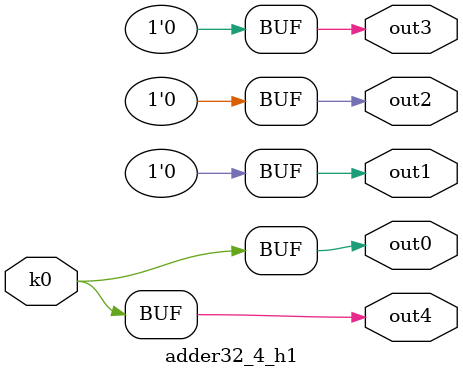
<source format=v>
module adder32_4(pi0, pi1, pi2, pi3, pi4, pi5, pi6, pi7, pi8, po0, po1, po2, po3, po4);
input pi0, pi1, pi2, pi3, pi4, pi5, pi6, pi7, pi8;
output po0, po1, po2, po3, po4;
wire k0;
adder32_4_w1 DUT1 (pi0, pi1, pi2, pi3, pi4, pi5, pi6, pi7, pi8, k0);
adder32_4_h1 DUT2 (k0, po0, po1, po2, po3, po4);
endmodule

module adder32_4_w1(in8, in7, in6, in5, in4, in3, in2, in1, in0, k0);
input in8, in7, in6, in5, in4, in3, in2, in1, in0;
output k0;
assign k0 =   in8 ? (in4 ^ in0) : (~in4 ^ in0);
endmodule

module adder32_4_h1(k0, out4, out3, out2, out1, out0);
input k0;
output out4, out3, out2, out1, out0;
assign out0 = k0;
assign out1 = 0;
assign out2 = 0;
assign out3 = 0;
assign out4 = k0;
endmodule

</source>
